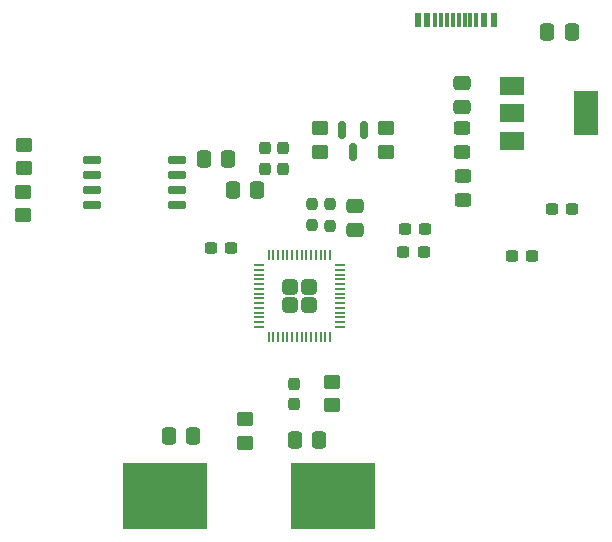
<source format=gbr>
%TF.GenerationSoftware,KiCad,Pcbnew,7.0.10*%
%TF.CreationDate,2024-01-11T23:08:57+05:30*%
%TF.ProjectId,rp2040-basic-m1,72703230-3430-42d6-9261-7369632d6d31,rev?*%
%TF.SameCoordinates,Original*%
%TF.FileFunction,Paste,Top*%
%TF.FilePolarity,Positive*%
%FSLAX46Y46*%
G04 Gerber Fmt 4.6, Leading zero omitted, Abs format (unit mm)*
G04 Created by KiCad (PCBNEW 7.0.10) date 2024-01-11 23:08:57*
%MOMM*%
%LPD*%
G01*
G04 APERTURE LIST*
G04 Aperture macros list*
%AMRoundRect*
0 Rectangle with rounded corners*
0 $1 Rounding radius*
0 $2 $3 $4 $5 $6 $7 $8 $9 X,Y pos of 4 corners*
0 Add a 4 corners polygon primitive as box body*
4,1,4,$2,$3,$4,$5,$6,$7,$8,$9,$2,$3,0*
0 Add four circle primitives for the rounded corners*
1,1,$1+$1,$2,$3*
1,1,$1+$1,$4,$5*
1,1,$1+$1,$6,$7*
1,1,$1+$1,$8,$9*
0 Add four rect primitives between the rounded corners*
20,1,$1+$1,$2,$3,$4,$5,0*
20,1,$1+$1,$4,$5,$6,$7,0*
20,1,$1+$1,$6,$7,$8,$9,0*
20,1,$1+$1,$8,$9,$2,$3,0*%
G04 Aperture macros list end*
%ADD10RoundRect,0.250000X0.475000X-0.337500X0.475000X0.337500X-0.475000X0.337500X-0.475000X-0.337500X0*%
%ADD11RoundRect,0.237500X-0.300000X-0.237500X0.300000X-0.237500X0.300000X0.237500X-0.300000X0.237500X0*%
%ADD12R,2.000000X1.500000*%
%ADD13R,2.000000X3.800000*%
%ADD14RoundRect,0.250000X0.450000X-0.350000X0.450000X0.350000X-0.450000X0.350000X-0.450000X-0.350000X0*%
%ADD15RoundRect,0.250000X-0.450000X0.350000X-0.450000X-0.350000X0.450000X-0.350000X0.450000X0.350000X0*%
%ADD16RoundRect,0.250000X-0.337500X-0.475000X0.337500X-0.475000X0.337500X0.475000X-0.337500X0.475000X0*%
%ADD17RoundRect,0.237500X0.300000X0.237500X-0.300000X0.237500X-0.300000X-0.237500X0.300000X-0.237500X0*%
%ADD18RoundRect,0.150000X-0.150000X0.587500X-0.150000X-0.587500X0.150000X-0.587500X0.150000X0.587500X0*%
%ADD19RoundRect,0.250000X0.337500X0.475000X-0.337500X0.475000X-0.337500X-0.475000X0.337500X-0.475000X0*%
%ADD20RoundRect,0.237500X0.237500X-0.300000X0.237500X0.300000X-0.237500X0.300000X-0.237500X-0.300000X0*%
%ADD21RoundRect,0.237500X-0.237500X0.250000X-0.237500X-0.250000X0.237500X-0.250000X0.237500X0.250000X0*%
%ADD22RoundRect,0.249999X-0.395001X-0.395001X0.395001X-0.395001X0.395001X0.395001X-0.395001X0.395001X0*%
%ADD23RoundRect,0.050000X-0.387500X-0.050000X0.387500X-0.050000X0.387500X0.050000X-0.387500X0.050000X0*%
%ADD24RoundRect,0.050000X-0.050000X-0.387500X0.050000X-0.387500X0.050000X0.387500X-0.050000X0.387500X0*%
%ADD25R,0.600000X1.240000*%
%ADD26R,0.300000X1.240000*%
%ADD27RoundRect,0.237500X-0.237500X0.300000X-0.237500X-0.300000X0.237500X-0.300000X0.237500X0.300000X0*%
%ADD28RoundRect,0.150000X-0.650000X-0.150000X0.650000X-0.150000X0.650000X0.150000X-0.650000X0.150000X0*%
%ADD29RoundRect,0.250000X-0.450000X0.325000X-0.450000X-0.325000X0.450000X-0.325000X0.450000X0.325000X0*%
%ADD30R,7.175000X5.600000*%
%ADD31RoundRect,0.250000X0.450000X-0.325000X0.450000X0.325000X-0.450000X0.325000X-0.450000X-0.325000X0*%
G04 APERTURE END LIST*
D10*
%TO.C,C12*%
X253370000Y-62461500D03*
X253370000Y-60386500D03*
%TD*%
D11*
%TO.C,C6*%
X266687500Y-64610000D03*
X268412500Y-64610000D03*
%TD*%
D12*
%TO.C,U2*%
X266648000Y-50273700D03*
X266648000Y-52573700D03*
D13*
X272948000Y-52573700D03*
D12*
X266648000Y-54873700D03*
%TD*%
D14*
%TO.C,R16*%
X244104000Y-80458000D03*
X244104000Y-78458000D03*
%TD*%
D10*
%TO.C,C14*%
X262432000Y-52065700D03*
X262432000Y-49990700D03*
%TD*%
D14*
%TO.C,R33*%
X251440000Y-77290000D03*
X251440000Y-75290000D03*
%TD*%
D15*
%TO.C,R3*%
X250454000Y-53820000D03*
X250454000Y-55820000D03*
%TD*%
D14*
%TO.C,R7*%
X225275000Y-61200000D03*
X225275000Y-59200000D03*
%TD*%
D16*
%TO.C,C15*%
X240592500Y-56392000D03*
X242667500Y-56392000D03*
%TD*%
D17*
%TO.C,C7*%
X242934500Y-63964000D03*
X241209500Y-63964000D03*
%TD*%
D18*
%TO.C,D3*%
X254198000Y-53961000D03*
X252298000Y-53961000D03*
X253248000Y-55836000D03*
%TD*%
D19*
%TO.C,C5*%
X245137500Y-59062000D03*
X243062500Y-59062000D03*
%TD*%
D20*
%TO.C,C3*%
X245814300Y-57242000D03*
X245814300Y-55517000D03*
%TD*%
D11*
%TO.C,C9*%
X257487500Y-64260000D03*
X259212500Y-64260000D03*
%TD*%
D21*
%TO.C,R4*%
X251250000Y-60259500D03*
X251250000Y-62084500D03*
%TD*%
D15*
%TO.C,R2*%
X256042000Y-53820000D03*
X256042000Y-55820000D03*
%TD*%
D22*
%TO.C,U1*%
X247876000Y-67228000D03*
X247876000Y-68828000D03*
X249476000Y-67228000D03*
X249476000Y-68828000D03*
D23*
X245238500Y-65428000D03*
X245238500Y-65828000D03*
X245238500Y-66228000D03*
X245238500Y-66628000D03*
X245238500Y-67028000D03*
X245238500Y-67428000D03*
X245238500Y-67828000D03*
X245238500Y-68228000D03*
X245238500Y-68628000D03*
X245238500Y-69028000D03*
X245238500Y-69428000D03*
X245238500Y-69828000D03*
X245238500Y-70228000D03*
X245238500Y-70628000D03*
D24*
X246076000Y-71465500D03*
X246476000Y-71465500D03*
X246876000Y-71465500D03*
X247276000Y-71465500D03*
X247676000Y-71465500D03*
X248076000Y-71465500D03*
X248476000Y-71465500D03*
X248876000Y-71465500D03*
X249276000Y-71465500D03*
X249676000Y-71465500D03*
X250076000Y-71465500D03*
X250476000Y-71465500D03*
X250876000Y-71465500D03*
X251276000Y-71465500D03*
D23*
X252113500Y-70628000D03*
X252113500Y-70228000D03*
X252113500Y-69828000D03*
X252113500Y-69428000D03*
X252113500Y-69028000D03*
X252113500Y-68628000D03*
X252113500Y-68228000D03*
X252113500Y-67828000D03*
X252113500Y-67428000D03*
X252113500Y-67028000D03*
X252113500Y-66628000D03*
X252113500Y-66228000D03*
X252113500Y-65828000D03*
X252113500Y-65428000D03*
D24*
X251276000Y-64590500D03*
X250876000Y-64590500D03*
X250476000Y-64590500D03*
X250076000Y-64590500D03*
X249676000Y-64590500D03*
X249276000Y-64590500D03*
X248876000Y-64590500D03*
X248476000Y-64590500D03*
X248076000Y-64590500D03*
X247676000Y-64590500D03*
X247276000Y-64590500D03*
X246876000Y-64590500D03*
X246476000Y-64590500D03*
X246076000Y-64590500D03*
%TD*%
D19*
%TO.C,C13*%
X271762500Y-45675000D03*
X269687500Y-45675000D03*
%TD*%
D15*
%TO.C,R6*%
X225400000Y-55225000D03*
X225400000Y-57225000D03*
%TD*%
D25*
%TO.C,J1*%
X265125000Y-44700000D03*
X264325000Y-44700000D03*
D26*
X263175000Y-44700000D03*
X262175000Y-44700000D03*
X261675000Y-44700000D03*
X260675000Y-44700000D03*
D25*
X259525000Y-44700000D03*
X258725000Y-44700000D03*
X258725000Y-44700000D03*
X259525000Y-44700000D03*
D26*
X260175000Y-44700000D03*
X261175000Y-44700000D03*
X262675000Y-44700000D03*
X263675000Y-44700000D03*
D25*
X264325000Y-44700000D03*
X265125000Y-44700000D03*
%TD*%
D27*
%TO.C,C11*%
X248240000Y-75470000D03*
X248240000Y-77195000D03*
%TD*%
D21*
%TO.C,R5*%
X249740000Y-60229500D03*
X249740000Y-62054500D03*
%TD*%
D11*
%TO.C,C10*%
X257607500Y-62390000D03*
X259332500Y-62390000D03*
%TD*%
D28*
%TO.C,U3*%
X231106000Y-56471000D03*
X231106000Y-57741000D03*
X231106000Y-59011000D03*
X231106000Y-60281000D03*
X238306000Y-60281000D03*
X238306000Y-59011000D03*
X238306000Y-57741000D03*
X238306000Y-56471000D03*
%TD*%
D20*
%TO.C,C4*%
X247338300Y-57242000D03*
X247338300Y-55517000D03*
%TD*%
D29*
%TO.C,D2*%
X262575000Y-57825000D03*
X262575000Y-59875000D03*
%TD*%
D16*
%TO.C,C1*%
X248312500Y-80232000D03*
X250387500Y-80232000D03*
%TD*%
D11*
%TO.C,C8*%
X270037500Y-60700000D03*
X271762500Y-60700000D03*
%TD*%
D30*
%TO.C,Y1*%
X237345000Y-84962000D03*
X251520000Y-84962000D03*
%TD*%
D19*
%TO.C,C2*%
X239697500Y-79872000D03*
X237622500Y-79872000D03*
%TD*%
D31*
%TO.C,D1*%
X262432000Y-55854200D03*
X262432000Y-53804200D03*
%TD*%
M02*

</source>
